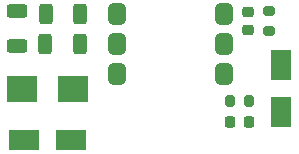
<source format=gtp>
%TF.GenerationSoftware,KiCad,Pcbnew,6.0.2-378541a8eb~116~ubuntu20.04.1*%
%TF.CreationDate,2022-02-17T13:36:36-05:00*%
%TF.ProjectId,TachAdapter,54616368-4164-4617-9074-65722e6b6963,rev?*%
%TF.SameCoordinates,Original*%
%TF.FileFunction,Paste,Top*%
%TF.FilePolarity,Positive*%
%FSLAX46Y46*%
G04 Gerber Fmt 4.6, Leading zero omitted, Abs format (unit mm)*
G04 Created by KiCad (PCBNEW 6.0.2-378541a8eb~116~ubuntu20.04.1) date 2022-02-17 13:36:36*
%MOMM*%
%LPD*%
G01*
G04 APERTURE LIST*
G04 Aperture macros list*
%AMRoundRect*
0 Rectangle with rounded corners*
0 $1 Rounding radius*
0 $2 $3 $4 $5 $6 $7 $8 $9 X,Y pos of 4 corners*
0 Add a 4 corners polygon primitive as box body*
4,1,4,$2,$3,$4,$5,$6,$7,$8,$9,$2,$3,0*
0 Add four circle primitives for the rounded corners*
1,1,$1+$1,$2,$3*
1,1,$1+$1,$4,$5*
1,1,$1+$1,$6,$7*
1,1,$1+$1,$8,$9*
0 Add four rect primitives between the rounded corners*
20,1,$1+$1,$2,$3,$4,$5,0*
20,1,$1+$1,$4,$5,$6,$7,0*
20,1,$1+$1,$6,$7,$8,$9,0*
20,1,$1+$1,$8,$9,$2,$3,0*%
G04 Aperture macros list end*
%ADD10RoundRect,0.381250X-0.381250X-0.508750X0.381250X-0.508750X0.381250X0.508750X-0.381250X0.508750X0*%
%ADD11R,2.500000X2.300000*%
%ADD12RoundRect,0.225000X0.225000X0.250000X-0.225000X0.250000X-0.225000X-0.250000X0.225000X-0.250000X0*%
%ADD13RoundRect,0.250000X-0.312500X-0.625000X0.312500X-0.625000X0.312500X0.625000X-0.312500X0.625000X0*%
%ADD14RoundRect,0.200000X-0.200000X-0.275000X0.200000X-0.275000X0.200000X0.275000X-0.200000X0.275000X0*%
%ADD15RoundRect,0.200000X-0.275000X0.200000X-0.275000X-0.200000X0.275000X-0.200000X0.275000X0.200000X0*%
%ADD16R,1.800000X2.500000*%
%ADD17RoundRect,0.250000X0.625000X-0.312500X0.625000X0.312500X-0.625000X0.312500X-0.625000X-0.312500X0*%
%ADD18R,2.500000X1.800000*%
%ADD19RoundRect,0.225000X-0.250000X0.225000X-0.250000X-0.225000X0.250000X-0.225000X0.250000X0.225000X0*%
G04 APERTURE END LIST*
D10*
%TO.C,U1*%
X150432500Y-101600000D03*
X150432500Y-104140000D03*
X150432500Y-106680000D03*
X159447500Y-106680000D03*
X159447500Y-104140000D03*
X159447500Y-101600000D03*
%TD*%
D11*
%TO.C,D2*%
X146676000Y-107950000D03*
X142376000Y-107950000D03*
%TD*%
D12*
%TO.C,C2*%
X161557000Y-110744000D03*
X160007000Y-110744000D03*
%TD*%
D13*
%TO.C,R2*%
X144395000Y-101600000D03*
X147320000Y-101600000D03*
%TD*%
D14*
%TO.C,R5*%
X161607000Y-108966000D03*
X159957000Y-108966000D03*
%TD*%
D15*
%TO.C,R4*%
X163322000Y-101410000D03*
X163322000Y-103060000D03*
%TD*%
D16*
%TO.C,D3*%
X164338000Y-109950000D03*
X164338000Y-105950000D03*
%TD*%
D17*
%TO.C,R1*%
X141986000Y-104332500D03*
X141986000Y-101407500D03*
%TD*%
D13*
%TO.C,R3*%
X144333500Y-104140000D03*
X147258500Y-104140000D03*
%TD*%
D18*
%TO.C,D1*%
X146526000Y-112268000D03*
X142526000Y-112268000D03*
%TD*%
D19*
%TO.C,C1*%
X161544000Y-103010000D03*
X161544000Y-101460000D03*
%TD*%
M02*

</source>
